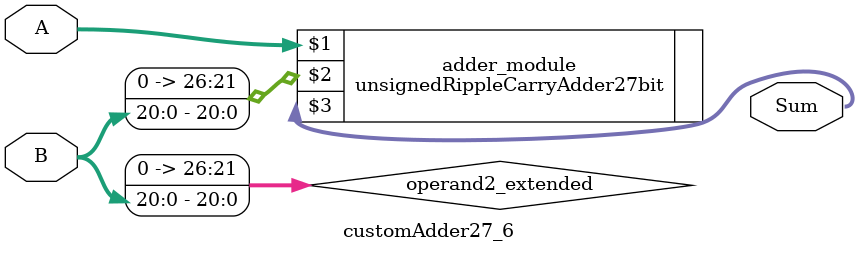
<source format=v>

module customAdder27_6(
                    input [26 : 0] A,
                    input [20 : 0] B,
                    
                    output [27 : 0] Sum
            );

    wire [26 : 0] operand2_extended;
    
    assign operand2_extended =  {6'b0, B};
    
    unsignedRippleCarryAdder27bit adder_module(
        A,
        operand2_extended,
        Sum
    );
    
endmodule
        
</source>
